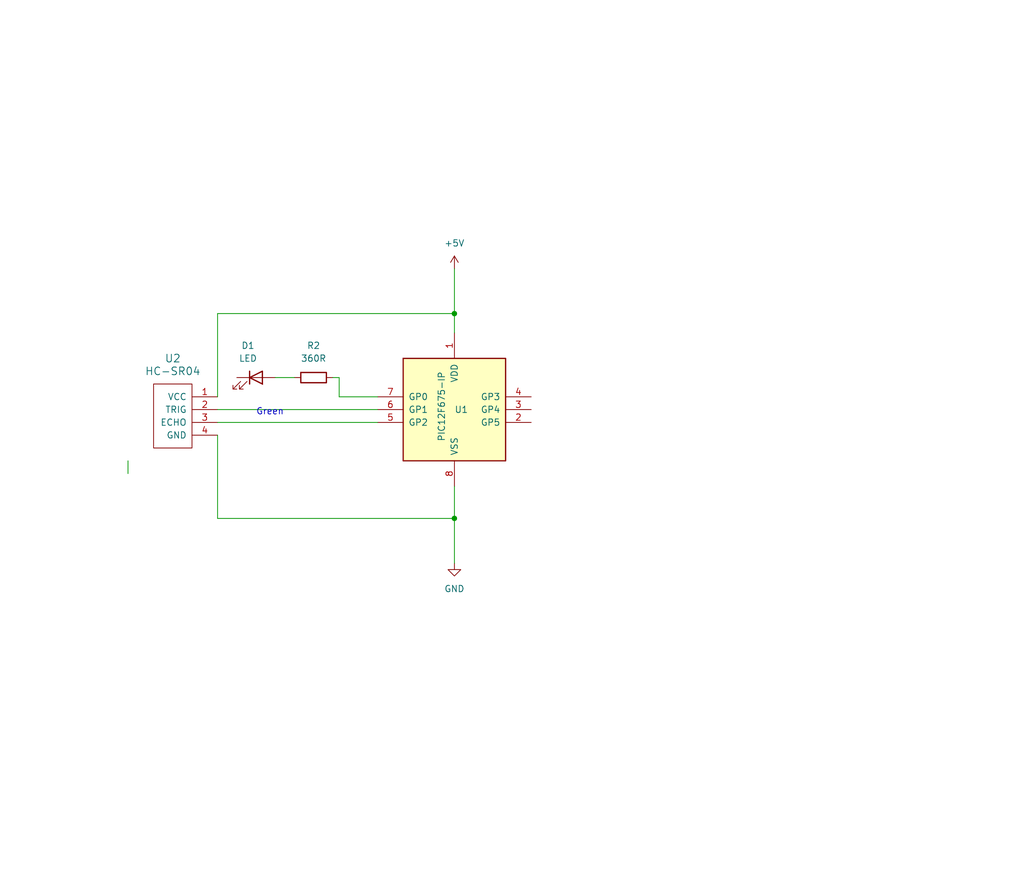
<source format=kicad_sch>
(kicad_sch (version 20230121) (generator eeschema)
  (paper "User" 203.2 177.8)
  (title_block (title "PIC microcontrollers for Beginners - 1") (company "Ricardo Lima Caratti") (comment 1 "Distance Indicator wirh HC-S04  and one LEDs using the PIC10F200. "))
  (lib_symbols
    (symbol "Device:LED" (pin_numbers hide) (pin_names (offset 1.016) hide)
      (property "Reference" "D" (at 0 2.54 0))
      (property "Value" "LED" (at 0 -2.54 0))
      (symbol "LED_0_1"
        (polyline (pts (xy -1.27 -1.27) (xy -1.27 1.27)) (stroke (width 0.254)))
        (polyline (pts (xy -1.27 0) (xy 1.27 0)))
        (polyline (pts (xy 1.27 -1.27) (xy 1.27 1.27) (xy -1.27 0) (xy 1.27 -1.27)) (stroke (width 0.254)))
        (polyline (pts (xy -3.048 -0.762) (xy -4.572 -2.286) (xy -3.81 -2.286) (xy -4.572 -2.286) (xy -4.572 -1.524)))
        (polyline (pts (xy -1.778 -0.762) (xy -3.302 -2.286) (xy -2.54 -2.286) (xy -3.302 -2.286) (xy -3.302 -1.524)))
      )
      (symbol "LED_1_1"
        (pin passive line (at -3.81 0 0) (length 2.54) (name "K") (number "1"))
        (pin passive line (at 3.81 0 180) (length 2.54) (name "A") (number "2"))
      )
    )
    (symbol "Device:R" (pin_numbers hide) (pin_names (offset 0))
      (property "Reference" "R" (at 2.032 0 90))
      (property "Value" "R" (at 0 0 90))
      (symbol "R_0_1"
        (rectangle (start -1.016 -2.54) (end 1.016 2.54) (stroke (width 0.254)))
      )
      (symbol "R_1_1"
        (pin passive line (at 0 3.81 270) (length 1.27) (name "~") (number "1"))
        (pin passive line (at 0 -3.81 90) (length 1.27) (name "~") (number "2"))
      )
    )
    (symbol "MCU_Microchip_PIC12:PIC12F675-IP" (pin_names (offset 1.016))
      (property "Reference" "U" (at 1.27 13.97 0))
      (property "Value" "PIC12F675-IP" (at 1.27 11.43 0))
      (symbol "PIC12F675-IP_0_1"
        (rectangle (start 10.16 -10.16) (end -10.16 10.16) (stroke (width 0.254)) (fill (type background)))
      )
      (symbol "PIC12F675-IP_1_1"
        (pin power_in line (at 0 15.24 270) (length 5.08) (name "VDD") (number "1"))
        (pin bidirectional line (at 15.24 -2.54 180) (length 5.08) (name "GP5") (number "2"))
        (pin bidirectional line (at 15.24 0 180) (length 5.08) (name "GP4") (number "3"))
        (pin input line (at 15.24 2.54 180) (length 5.08) (name "GP3") (number "4"))
        (pin bidirectional line (at -15.24 -2.54 0) (length 5.08) (name "GP2") (number "5"))
        (pin bidirectional line (at -15.24 0 0) (length 5.08) (name "GP1") (number "6"))
        (pin bidirectional line (at -15.24 2.54 0) (length 5.08) (name "GP0") (number "7"))
        (pin power_in line (at 0 -15.24 90) (length 5.08) (name "VSS") (number "8"))
      )
    )
    (symbol "hc-sr04:HC-SR04" (pin_names (offset 1.016))
      (property "Reference" "U" (at -6.35 -7.62 0))
      (property "Value" "HC-SR04" (at -2.54 7.62 0))
      (symbol "HC-SR04_0_1"
        (rectangle (start 0 6.35) (end -7.62 -6.35))
      )
      (symbol "HC-SR04_1_1"
        (pin input line (at 5.08 3.81 180) (length 5.08) (name "VCC") (number "1"))
        (pin input line (at 5.08 1.27 180) (length 5.08) (name "TRIG") (number "2"))
        (pin input line (at 5.08 -1.27 180) (length 5.08) (name "ECHO") (number "3"))
        (pin input line (at 5.08 -3.81 180) (length 5.08) (name "GND") (number "4"))
      )
    )
    (symbol "power:+5V" (power) (pin_names (offset 0))
      (property "Value" "+5V" (at 0 3.556 0))
      (symbol "+5V_0_1"
        (polyline (pts (xy -0.762 1.27) (xy 0 2.54)))
        (polyline (pts (xy 0 0) (xy 0 2.54)))
        (polyline (pts (xy 0 2.54) (xy 0.762 1.27)))
      )
      (symbol "+5V_1_1"
        (pin power_in line (at 0 0 90) (length 0) hide (name "+5V") (number "1"))
      )
    )
    (symbol "power:GND" (power) (pin_names (offset 0))
      (property "Value" "GND" (at 0 -3.81 0))
      (symbol "GND_0_1"
        (polyline (pts (xy 0 0) (xy 0 -1.27) (xy 1.27 -1.27) (xy 0 -2.54) (xy -1.27 -1.27) (xy 0 -1.27)))
      )
      (symbol "GND_1_1"
        (pin power_in line (at 0 0 270) (length 0) hide (name "GND") (number "1"))
      )
    )
  )
  (junction (at 90.17 62.23))
  (junction (at 90.17 102.87))
  (wire (pts (xy 54.61 74.93) (xy 58.42 74.93)))
  (wire (pts (xy 67.31 74.93) (xy 67.31 78.74)))
  (wire (pts (xy 90.17 102.87) (xy 90.17 111.76)))
  (wire (pts (xy 90.17 62.23) (xy 90.17 66.04)))
  (wire (pts (xy 90.17 53.34) (xy 90.17 62.23)))
  (wire (pts (xy 43.18 78.74) (xy 43.18 62.23)))
  (wire (pts (xy 43.18 86.36) (xy 43.18 102.87)))
  (wire (pts (xy 43.18 83.82) (xy 74.93 83.82)))
  (wire (pts (xy 67.31 78.74) (xy 74.93 78.74)))
  (wire (pts (xy 43.18 62.23) (xy 90.17 62.23)))
  (wire (pts (xy 43.18 102.87) (xy 90.17 102.87)))
  (wire (pts (xy 66.04 74.93) (xy 67.31 74.93)))
  (wire (pts (xy 90.17 96.52) (xy 90.17 102.87)))
  (wire (pts (xy 43.18 81.28) (xy 74.93 81.28)))
  (wire (pts (xy 25.4 91.44) (xy 25.4 93.98)))
  (text "Green" (at 50.8 82.55 0) (effects (font (size 1.27 1.27)) (justify left bottom)))
  (symbol (lib_id "power:+5V") (at 90.17 53.34 0) (unit 1)
    (property "Reference" "#PWR01" (effects hide))
    (property "Value" "+5V" (at 90.17 48.26 0))
  )
  (symbol (lib_id "hc-sr04:HC-SR04") (at 38.1 82.55 0) (unit 1)
    (property "Reference" "U2" (at 34.29 71.12 0) (effects (font (size 1.524 1.524))))
    (property "Value" "HC-SR04" (at 34.29 73.66 0) (effects (font (size 1.524 1.524))))
  )
  (symbol (lib_id "MCU_Microchip_PIC12:PIC12F675-IP") (at 90.17 81.28 0) (unit 1)
    (property "Reference" "U1" (at 90.17 81.28 0) (effects (justify left)))
    (property "Value" "PIC12F675-IP" (at 87.63 87.63 90) (effects (justify left)))
    (property "Footprint" "Package_DIP:DIP-8_W7.62mm" (effects hide))
    (property "Datasheet" "http://ww1.microchip.com/downloads/en/DeviceDoc/41190G.pdf" (effects hide))
  )
  (symbol (lib_id "Device:R") (at 62.23 74.93 90) (unit 1)
    (property "Reference" "R2" (at 62.23 68.58 90))
    (property "Value" "360R" (at 62.23 71.12 90))
  )
  (symbol (lib_id "Device:LED") (at 50.8 74.93 0) (unit 1)
    (property "Reference" "D1" (at 49.2125 68.58 0))
    (property "Value" "LED" (at 49.2125 71.12 0))
  )
  (symbol (lib_id "power:GND") (at 90.17 111.76 0) (unit 1)
    (property "Reference" "#PWR02" (effects hide))
    (property "Value" "GND" (at 90.17 116.84 0))
  )
)
</source>
